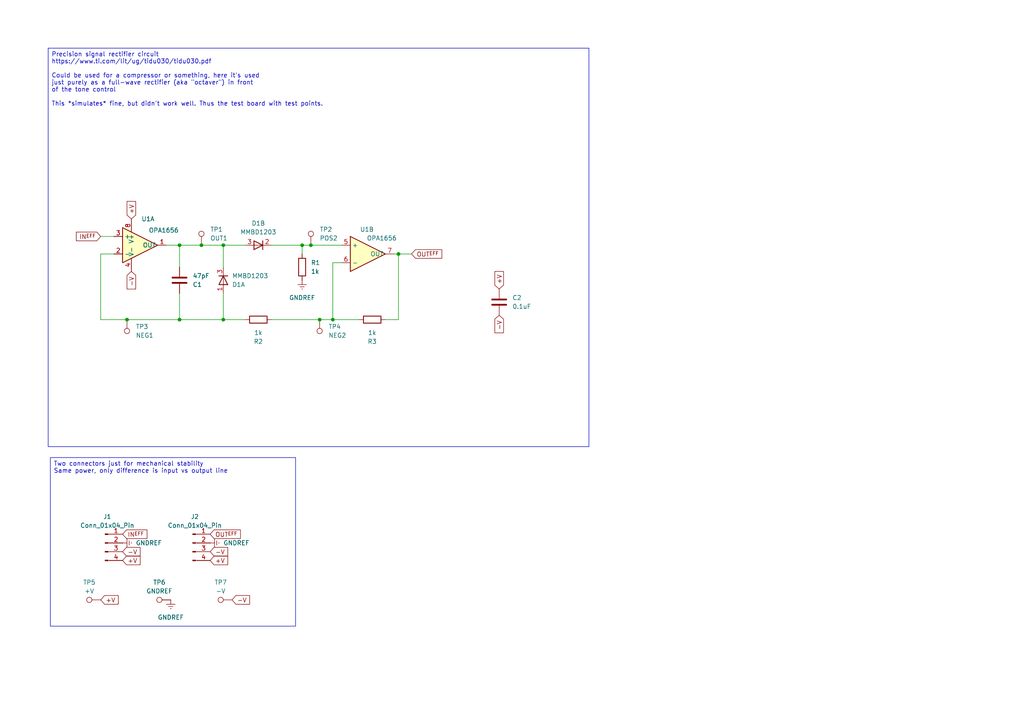
<source format=kicad_sch>
(kicad_sch (version 20231120) (generator "eeschema") (generator_version "8.0")
  (paper "A4")
  (title_block (title "Rectifier circuit") (date "2025-03-23") (rev "v2.0"))
  (lib_symbols
    (symbol "Connector:Conn_01x04_Pin" (pin_names (offset 1.016) hide)
      (property "Reference" "J" (at 0 5.08 0))
      (property "Value" "Conn_01x04_Pin" (at 0 -7.62 0))
      (symbol "Conn_01x04_Pin_1_1"
        (polyline (pts (xy 1.27 -5.08) (xy 0.8636 -5.08)) (stroke (width 0.1524)))
        (polyline (pts (xy 1.27 -2.54) (xy 0.8636 -2.54)) (stroke (width 0.1524)))
        (polyline (pts (xy 1.27 0) (xy 0.8636 0)) (stroke (width 0.1524)))
        (polyline (pts (xy 1.27 2.54) (xy 0.8636 2.54)) (stroke (width 0.1524)))
        (rectangle (start 0.8636 -4.953) (end 0 -5.207) (stroke (width 0.1524)) (fill (type outline)))
        (rectangle (start 0.8636 -2.413) (end 0 -2.667) (stroke (width 0.1524)) (fill (type outline)))
        (rectangle (start 0.8636 0.127) (end 0 -0.127) (stroke (width 0.1524)) (fill (type outline)))
        (rectangle (start 0.8636 2.667) (end 0 2.413) (stroke (width 0.1524)) (fill (type outline)))
        (pin passive line (at 5.08 2.54 180) (length 3.81) (name "Pin_1") (number "1"))
        (pin passive line (at 5.08 0 180) (length 3.81) (name "Pin_2") (number "2"))
        (pin passive line (at 5.08 -2.54 180) (length 3.81) (name "Pin_3") (number "3"))
        (pin passive line (at 5.08 -5.08 180) (length 3.81) (name "Pin_4") (number "4"))
      )
    )
    (symbol "Connector:TestPoint" (pin_numbers hide) (pin_names (offset 0.762) hide)
      (property "Reference" "TP" (at 0 6.858 0))
      (property "Value" "TestPoint" (at 0 5.08 0))
      (symbol "TestPoint_0_1"
        (circle (center 0 3.302) (radius 0.762))
      )
      (symbol "TestPoint_1_1"
        (pin passive line (at 0 0 90) (length 2.54) (name "1") (number "1"))
      )
    )
    (symbol "Device:C" (pin_numbers hide) (pin_names (offset 0.254))
      (property "Reference" "C" (at 0.635 2.54 0))
      (property "Value" "C" (at 0.635 -2.54 0))
      (symbol "C_0_1"
        (polyline (pts (xy -2.032 -0.762) (xy 2.032 -0.762)) (stroke (width 0.508)))
        (polyline (pts (xy -2.032 0.762) (xy 2.032 0.762)) (stroke (width 0.508)))
      )
      (symbol "C_1_1"
        (pin passive line (at 0 3.81 270) (length 2.794) (name "~") (number "1"))
        (pin passive line (at 0 -3.81 90) (length 2.794) (name "~") (number "2"))
      )
    )
    (symbol "Device:D_Dual_Series_AKC_Split" (pin_names (offset 0.762) hide)
      (property "Reference" "D" (at 0 2.54 0))
      (property "Value" "D_Dual_Series_AKC_Split" (at 0 -2.54 0))
      (symbol "D_Dual_Series_AKC_Split_0_1"
        (pin passive line (at 3.81 0 180) (length 2.54) (name "K") (number "3"))
      )
      (symbol "D_Dual_Series_AKC_Split_1_0"
        (polyline (pts (xy 1.27 1.27) (xy 1.27 -1.27)) (stroke (width 0.254)))
      )
      (symbol "D_Dual_Series_AKC_Split_1_1"
        (polyline (pts (xy 1.27 0) (xy -1.27 0)))
        (polyline (pts (xy -1.27 1.27) (xy 1.27 0) (xy -1.27 -1.27) (xy -1.27 1.27) (xy -1.27 1.27) (xy -1.27 1.27)) (stroke (width 0.254)))
        (pin passive line (at -3.81 0 0) (length 2.54) (name "A") (number "1"))
      )
      (symbol "D_Dual_Series_AKC_Split_2_0"
        (polyline (pts (xy -1.27 1.27) (xy -1.27 -1.27)) (stroke (width 0.254)))
      )
      (symbol "D_Dual_Series_AKC_Split_2_1"
        (polyline (pts (xy -1.27 0) (xy 1.27 0)))
        (polyline (pts (xy 1.27 1.27) (xy -1.27 0) (xy 1.27 -1.27) (xy 1.27 1.27) (xy 1.27 1.27) (xy 1.27 1.27)) (stroke (width 0.254)))
        (pin passive line (at -3.81 0 0) (length 2.54) (name "common") (number "2"))
      )
    )
    (symbol "Device:R" (pin_numbers hide) (pin_names (offset 0))
      (property "Reference" "R" (at 2.032 0 90))
      (property "Value" "R" (at 0 0 90))
      (symbol "R_0_1"
        (rectangle (start -1.016 -2.54) (end 1.016 2.54) (stroke (width 0.254)))
      )
      (symbol "R_1_1"
        (pin passive line (at 0 3.81 270) (length 1.27) (name "~") (number "1"))
        (pin passive line (at 0 -3.81 90) (length 1.27) (name "~") (number "2"))
      )
    )
    (symbol "Mylib:OPA1656"
      (property "Reference" "U" (at 8.89 5.08 0))
      (property "Value" "OPA1656" (at 2.54 11.43 0))
      (symbol "OPA1656_0_1"
        (polyline (pts (xy -2.54 5.08) (xy 7.62 0) (xy -2.54 -5.08) (xy -2.54 5.08)) (stroke (width 0.254)) (fill (type background)))
      )
      (symbol "OPA1656_1_1"
        (pin output line (at 10.16 0 180) (length 2.54) (name "OUT") (number "1"))
        (pin input line (at -5.08 -2.54 0) (length 2.54) (name "-") (number "2"))
        (pin input line (at -5.08 2.54 0) (length 2.54) (name "+") (number "3"))
        (pin power_in line (at 0 -7.62 90) (length 3.81) (name "V-") (number "4"))
        (pin power_in line (at 0 7.62 270) (length 3.81) (name "V+") (number "8"))
      )
      (symbol "OPA1656_2_1"
        (pin input line (at -5.08 2.54 0) (length 2.54) (name "+") (number "5"))
        (pin input line (at -5.08 -2.54 0) (length 2.54) (name "-") (number "6"))
        (pin output line (at 10.16 0 180) (length 2.54) (name "OUT") (number "7"))
      )
    )
    (symbol "power:GNDREF" (power) (pin_numbers hide) (pin_names (offset 0) hide)
      (property "Value" "GNDREF" (at 0 -3.81 0))
      (symbol "GNDREF_0_1"
        (polyline (pts (xy -0.635 -1.905) (xy 0.635 -1.905)))
        (polyline (pts (xy -0.127 -2.54) (xy 0.127 -2.54)))
        (polyline (pts (xy 0 -1.27) (xy 0 0)))
        (polyline (pts (xy 1.27 -1.27) (xy -1.27 -1.27)))
      )
      (symbol "GNDREF_1_1"
        (pin power_in line (at 0 0 270) (length 0) (name "~") (number "1"))
      )
    )
  )
  (junction (at 115.57 73.66))
  (junction (at 58.42 71.12))
  (junction (at 92.71 92.71))
  (junction (at 52.07 92.71))
  (junction (at 87.63 71.12))
  (junction (at 52.07 71.12))
  (junction (at 90.17 71.12))
  (junction (at 36.83 92.71))
  (junction (at 64.77 71.12))
  (junction (at 64.77 92.71))
  (junction (at 96.52 92.71))
  (wire (pts (xy 78.74 71.12) (xy 87.63 71.12)))
  (wire (pts (xy 64.77 92.71) (xy 52.07 92.71)))
  (wire (pts (xy 29.21 68.58) (xy 33.02 68.58)))
  (wire (pts (xy 52.07 71.12) (xy 58.42 71.12)))
  (wire (pts (xy 96.52 92.71) (xy 104.14 92.71)))
  (wire (pts (xy 64.77 77.47) (xy 64.77 71.12)))
  (wire (pts (xy 52.07 92.71) (xy 52.07 85.09)))
  (wire (pts (xy 96.52 76.2) (xy 96.52 92.71)))
  (wire (pts (xy 52.07 92.71) (xy 36.83 92.71)))
  (wire (pts (xy 71.12 92.71) (xy 64.77 92.71)))
  (wire (pts (xy 87.63 71.12) (xy 90.17 71.12)))
  (wire (pts (xy 115.57 73.66) (xy 114.3 73.66)))
  (wire (pts (xy 115.57 73.66) (xy 119.38 73.66)))
  (wire (pts (xy 64.77 71.12) (xy 71.12 71.12)))
  (wire (pts (xy 48.26 71.12) (xy 52.07 71.12)))
  (wire (pts (xy 58.42 71.12) (xy 64.77 71.12)))
  (wire (pts (xy 52.07 77.47) (xy 52.07 71.12)))
  (wire (pts (xy 99.06 76.2) (xy 96.52 76.2)))
  (wire (pts (xy 29.21 92.71) (xy 29.21 73.66)))
  (wire (pts (xy 90.17 71.12) (xy 99.06 71.12)))
  (wire (pts (xy 92.71 92.71) (xy 96.52 92.71)))
  (wire (pts (xy 36.83 92.71) (xy 29.21 92.71)))
  (wire (pts (xy 29.21 73.66) (xy 33.02 73.66)))
  (wire (pts (xy 115.57 92.71) (xy 115.57 73.66)))
  (wire (pts (xy 87.63 71.12) (xy 87.63 73.66)))
  (wire (pts (xy 111.76 92.71) (xy 115.57 92.71)))
  (wire (pts (xy 78.74 92.71) (xy 92.71 92.71)))
  (wire (pts (xy 64.77 92.71) (xy 64.77 85.09)))
  (text_box "Two connectors just for mechanical stability\nSame power, only difference is input vs output line" (at 14.605 132.715 0) (size 71.12 48.895) (effects (font (size 1.27 1.27)) (justify left top)))
  (text_box "Precision signal rectifier circuit\nhttps://www.ti.com/lit/ug/tidu030/tidu030.pdf\n\nCould be used for a compressor or something, here it's used\njust purely as a full-wave rectifier (aka \"octaver\") in front\nof the tone control\n\nThis *simulates* fine, but didn't work well. Thus the test board with test points." (at 13.97 13.97 0) (size 156.845 115.57) (effects (font (size 1.27 1.27)) (justify left top)))
  (global_label "-V" (shape input) (at 67.31 173.99 0) (property "Intersheetrefs" "${INTERSHEET_REFS}" (effects (hide yes))))
  (global_label "IN^{EFF}" (shape input) (at 35.56 154.94 0) (property "Intersheetrefs" "${INTERSHEET_REFS}" (effects (hide yes))))
  (global_label "+V" (shape input) (at 29.21 173.99 0) (property "Intersheetrefs" "${INTERSHEET_REFS}" (effects (hide yes))))
  (global_label "+V" (shape input) (at 38.1 63.5 90) (property "Intersheetrefs" "${INTERSHEET_REFS}" (effects (hide yes))))
  (global_label "IN^{EFF}" (shape input) (at 29.21 68.58 180) (property "Intersheetrefs" "${INTERSHEET_REFS}" (effects (hide yes))))
  (global_label "OUT^{EFF}" (shape input) (at 119.38 73.66 0) (property "Intersheetrefs" "${INTERSHEET_REFS}" (effects (hide yes))))
  (global_label "+V" (shape input) (at 144.78 83.82 90) (property "Intersheetrefs" "${INTERSHEET_REFS}" (effects (hide yes))))
  (global_label "-V" (shape input) (at 144.78 91.44 270) (property "Intersheetrefs" "${INTERSHEET_REFS}" (effects (hide yes))))
  (global_label "+V" (shape input) (at 60.96 162.56 0) (property "Intersheetrefs" "${INTERSHEET_REFS}" (effects (hide yes))))
  (global_label "-V" (shape input) (at 60.96 160.02 0) (property "Intersheetrefs" "${INTERSHEET_REFS}" (effects (hide yes))))
  (global_label "OUT^{EFF}" (shape input) (at 60.96 154.94 0) (property "Intersheetrefs" "${INTERSHEET_REFS}" (effects (hide yes))))
  (global_label "-V" (shape input) (at 35.56 160.02 0) (property "Intersheetrefs" "${INTERSHEET_REFS}" (effects (hide yes))))
  (global_label "-V" (shape input) (at 38.1 78.74 270) (property "Intersheetrefs" "${INTERSHEET_REFS}" (effects (hide yes))))
  (global_label "+V" (shape input) (at 35.56 162.56 0) (property "Intersheetrefs" "${INTERSHEET_REFS}" (effects (hide yes))))
  (symbol (lib_id "Connector:TestPoint") (at 29.21 173.99 90) (unit 1)
    (property "Reference" "TP5" (at 25.908 168.91 90))
    (property "Value" "+V" (at 25.908 171.45 90))
    (property "Footprint" "TestPoint:TestPoint_Loop_D2.60mm_Drill1.6mm_Beaded" (effects (hide yes)))
    (property "Description" "test point" (effects (hide yes)))
  )
  (symbol (lib_id "Device:D_Dual_Series_AKC_Split") (at 64.77 81.28 270) (mirror x) (unit 1)
    (property "Reference" "D1" (at 67.31 82.5501 90) (effects (justify left)))
    (property "Value" "MMBD1203" (at 67.31 80.0101 90) (effects (justify left)))
    (property "Footprint" "Package_TO_SOT_SMD:SOT-23" (effects (hide yes)))
    (property "Description" "Dual diode, anode/cathode/center" (effects (hide yes)))
  )
  (symbol (lib_id "Device:C") (at 52.07 81.28 0) (mirror x) (unit 1)
    (property "Reference" "C1" (at 55.88 82.5501 0) (effects (justify left)))
    (property "Value" "47pF" (at 55.88 80.0101 0) (effects (justify left)))
    (property "Footprint" "Capacitor_SMD:C_0805_2012Metric_Pad1.18x1.45mm_HandSolder" (effects (hide yes)))
    (property "Description" "Unpolarized capacitor" (effects (hide yes)))
  )
  (symbol (lib_id "Connector:TestPoint") (at 36.83 92.71 180) (unit 1)
    (property "Reference" "TP3" (at 39.37 94.7419 0) (effects (justify right)))
    (property "Value" "NEG1" (at 39.37 97.2819 0) (effects (justify right)))
    (property "Footprint" "TestPoint:TestPoint_Loop_D2.60mm_Drill1.6mm_Beaded" (effects (hide yes)))
    (property "Description" "test point" (effects (hide yes)))
  )
  (symbol (lib_id "power:GNDREF") (at 60.96 157.48 90) (unit 1)
    (property "Reference" "#PWR3" (effects (hide yes)))
    (property "Value" "GNDREF" (at 64.77 157.4799 90) (effects (justify right)))
    (property "Description" "Power symbol creates a global label with name \"GNDREF\" , reference supply ground" (effects (hide yes)))
  )
  (symbol (lib_id "Mylib:OPA1656") (at 104.14 73.66 0) (unit 2)
    (property "Reference" "U1" (at 106.426 66.548 0))
    (property "Value" "OPA1656" (at 110.744 69.088 0))
    (property "Footprint" "Package_SO:SOIC-8_3.9x4.9mm_P1.27mm" (effects (hide yes)))
    (property "Datasheet" "https://ti.com/lit/ds/symlink/opa1655.pdf" (effects (hide yes)))
    (property "Description" "Dual audio op-amp" (effects (hide yes)))
  )
  (symbol (lib_id "power:GNDREF") (at 35.56 157.48 90) (unit 1)
    (property "Reference" "#PWR2" (effects (hide yes)))
    (property "Value" "GNDREF" (at 39.37 157.4799 90) (effects (justify right)))
    (property "Description" "Power symbol creates a global label with name \"GNDREF\" , reference supply ground" (effects (hide yes)))
  )
  (symbol (lib_id "Connector:Conn_01x04_Pin") (at 30.48 157.48 0) (unit 1)
    (property "Reference" "J1" (at 31.115 149.86 0))
    (property "Value" "Conn_01x04_Pin" (at 31.115 152.4 0))
    (property "Footprint" "Connector_PinHeader_2.54mm:PinHeader_1x04_P2.54mm_Vertical" (effects (hide yes)))
    (property "Description" "Generic connector, single row, 01x04, script generated" (effects (hide yes)))
  )
  (symbol (lib_id "Connector:TestPoint") (at 58.42 71.12 0) (unit 1)
    (property "Reference" "TP1" (at 60.96 66.5479 0) (effects (justify left)))
    (property "Value" "OUT1" (at 60.96 69.0879 0) (effects (justify left)))
    (property "Footprint" "TestPoint:TestPoint_Loop_D2.60mm_Drill1.6mm_Beaded" (effects (hide yes)))
    (property "Description" "test point" (effects (hide yes)))
  )
  (symbol (lib_id "power:GNDREF") (at 49.53 173.99 0) (unit 1)
    (property "Reference" "#PWR4" (effects (hide yes)))
    (property "Value" "GNDREF" (at 49.53 179.07 0))
    (property "Description" "Power symbol creates a global label with name \"GNDREF\" , reference supply ground" (effects (hide yes)))
  )
  (symbol (lib_id "Device:R") (at 107.95 92.71 90) (mirror x) (unit 1)
    (property "Reference" "R3" (at 107.95 99.06 90))
    (property "Value" "1k" (at 107.95 96.52 90))
    (property "Footprint" "Resistor_SMD:R_0805_2012Metric_Pad1.20x1.40mm_HandSolder" (effects (hide yes)))
    (property "Description" "Resistor" (effects (hide yes)))
  )
  (symbol (lib_id "Device:R") (at 87.63 77.47 180) (unit 1)
    (property "Reference" "R1" (at 90.17 76.1999 0) (effects (justify right)))
    (property "Value" "1k" (at 90.17 78.7399 0) (effects (justify right)))
    (property "Footprint" "Resistor_SMD:R_0805_2012Metric_Pad1.20x1.40mm_HandSolder" (effects (hide yes)))
    (property "Description" "Resistor" (effects (hide yes)))
  )
  (symbol (lib_id "Connector:TestPoint") (at 49.53 173.99 90) (unit 1)
    (property "Reference" "TP6" (at 46.228 168.91 90))
    (property "Value" "GNDREF" (at 46.228 171.45 90))
    (property "Footprint" "TestPoint:TestPoint_Loop_D2.60mm_Drill1.6mm_Beaded" (effects (hide yes)))
    (property "Description" "test point" (effects (hide yes)))
  )
  (symbol (lib_id "Connector:TestPoint") (at 92.71 92.71 180) (unit 1)
    (property "Reference" "TP4" (at 95.25 94.7419 0) (effects (justify right)))
    (property "Value" "NEG2" (at 95.25 97.2819 0) (effects (justify right)))
    (property "Footprint" "TestPoint:TestPoint_Loop_D2.60mm_Drill1.6mm_Beaded" (effects (hide yes)))
    (property "Description" "test point" (effects (hide yes)))
  )
  (symbol (lib_id "Connector:TestPoint") (at 90.17 71.12 0) (unit 1)
    (property "Reference" "TP2" (at 92.71 66.5479 0) (effects (justify left)))
    (property "Value" "POS2" (at 92.71 69.0879 0) (effects (justify left)))
    (property "Footprint" "TestPoint:TestPoint_Loop_D2.60mm_Drill1.6mm_Beaded" (effects (hide yes)))
    (property "Description" "test point" (effects (hide yes)))
  )
  (symbol (lib_id "Device:D_Dual_Series_AKC_Split") (at 74.93 71.12 180) (unit 2)
    (property "Reference" "D1" (at 74.93 64.77 0))
    (property "Value" "MMBD1203" (at 74.93 67.31 0))
    (property "Footprint" "Package_TO_SOT_SMD:SOT-23" (effects (hide yes)))
    (property "Description" "Dual diode, anode/cathode/center" (effects (hide yes)))
  )
  (symbol (lib_id "power:GNDREF") (at 87.63 81.28 0) (unit 1)
    (property "Reference" "#PWR1" (effects (hide yes)))
    (property "Value" "GNDREF" (at 87.63 86.36 0))
    (property "Description" "Power symbol creates a global label with name \"GNDREF\" , reference supply ground" (effects (hide yes)))
  )
  (symbol (lib_id "Connector:TestPoint") (at 67.31 173.99 90) (unit 1)
    (property "Reference" "TP7" (at 64.008 168.91 90))
    (property "Value" "-V" (at 64.008 171.45 90))
    (property "Footprint" "TestPoint:TestPoint_Loop_D2.60mm_Drill1.6mm_Beaded" (effects (hide yes)))
    (property "Description" "test point" (effects (hide yes)))
  )
  (symbol (lib_id "Device:R") (at 74.93 92.71 90) (mirror x) (unit 1)
    (property "Reference" "R2" (at 74.93 99.06 90))
    (property "Value" "1k" (at 74.93 96.52 90))
    (property "Footprint" "Resistor_SMD:R_0805_2012Metric_Pad1.20x1.40mm_HandSolder" (effects (hide yes)))
    (property "Description" "Resistor" (effects (hide yes)))
  )
  (symbol (lib_id "Connector:Conn_01x04_Pin") (at 55.88 157.48 0) (unit 1)
    (property "Reference" "J2" (at 56.515 149.86 0))
    (property "Value" "Conn_01x04_Pin" (at 56.515 152.4 0))
    (property "Footprint" "Connector_PinHeader_2.54mm:PinHeader_1x04_P2.54mm_Vertical" (effects (hide yes)))
    (property "Description" "Generic connector, single row, 01x04, script generated" (effects (hide yes)))
  )
  (symbol (lib_id "Device:C") (at 144.78 87.63 0) (unit 1)
    (property "Reference" "C2" (at 148.59 86.3599 0) (effects (justify left)))
    (property "Value" "0.1uF" (at 148.59 88.8999 0) (effects (justify left)))
    (property "Footprint" "Mylib:C_0704_1810Metric" (effects (hide yes)))
    (property "Description" "Unpolarized capacitor" (effects (hide yes)))
  )
  (symbol (lib_id "Mylib:OPA1656") (at 38.1 71.12 0) (unit 1)
    (property "Reference" "U1" (at 42.926 63.5 0))
    (property "Value" "OPA1656" (at 47.498 66.802 0))
    (property "Footprint" "Package_SO:SOIC-8_3.9x4.9mm_P1.27mm" (effects (hide yes)))
    (property "Datasheet" "https://ti.com/lit/ds/symlink/opa1655.pdf" (effects (hide yes)))
    (property "Description" "Dual audio op-amp" (effects (hide yes)))
  )
)
</source>
